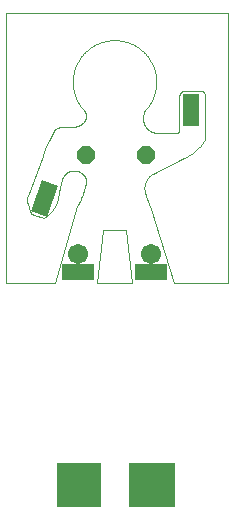
<source format=gts>
G75*
%MOIN*%
%OFA0B0*%
%FSLAX25Y25*%
%IPPOS*%
%LPD*%
%AMOC8*
5,1,8,0,0,1.08239X$1,22.5*
%
%ADD10C,0.00000*%
%ADD11R,0.15000X0.15000*%
%ADD12R,0.15500X0.15000*%
%ADD13OC8,0.06000*%
%ADD14R,0.05800X0.10800*%
%ADD15R,0.10800X0.05800*%
%ADD16C,0.06706*%
%ADD17C,0.06115*%
D10*
X0026000Y0086000D02*
X0026000Y0176000D01*
X0100000Y0176000D01*
X0100000Y0086000D01*
X0082000Y0086000D01*
X0074400Y0110500D01*
X0072900Y0115000D01*
X0072901Y0115000D02*
X0072836Y0115130D01*
X0072774Y0115261D01*
X0072717Y0115394D01*
X0072662Y0115529D01*
X0072612Y0115664D01*
X0072565Y0115802D01*
X0072521Y0115940D01*
X0072482Y0116079D01*
X0072446Y0116220D01*
X0072413Y0116361D01*
X0072385Y0116503D01*
X0072360Y0116646D01*
X0072340Y0116790D01*
X0072323Y0116934D01*
X0072309Y0117078D01*
X0072300Y0117223D01*
X0072295Y0117368D01*
X0072293Y0117513D01*
X0072295Y0117658D01*
X0072301Y0117802D01*
X0072311Y0117947D01*
X0072325Y0118091D01*
X0072343Y0118235D01*
X0072364Y0118379D01*
X0072390Y0118522D01*
X0072419Y0118664D01*
X0072452Y0118805D01*
X0072488Y0118945D01*
X0072529Y0119084D01*
X0072573Y0119222D01*
X0072620Y0119359D01*
X0072672Y0119495D01*
X0072726Y0119629D01*
X0072785Y0119762D01*
X0072847Y0119893D01*
X0072912Y0120022D01*
X0072981Y0120150D01*
X0073053Y0120276D01*
X0073129Y0120399D01*
X0073208Y0120521D01*
X0073290Y0120641D01*
X0073375Y0120758D01*
X0073463Y0120873D01*
X0073555Y0120986D01*
X0073649Y0121096D01*
X0073746Y0121203D01*
X0073846Y0121308D01*
X0073949Y0121411D01*
X0074054Y0121510D01*
X0074162Y0121607D01*
X0074273Y0121701D01*
X0074386Y0121791D01*
X0074501Y0121879D01*
X0074619Y0121964D01*
X0074739Y0122045D01*
X0074861Y0122123D01*
X0074985Y0122198D01*
X0075111Y0122270D01*
X0075239Y0122338D01*
X0075239Y0122339D02*
X0084966Y0127339D01*
X0082776Y0135728D02*
X0075900Y0136000D01*
X0075767Y0136016D01*
X0075634Y0136037D01*
X0075502Y0136062D01*
X0075371Y0136090D01*
X0075241Y0136123D01*
X0075112Y0136159D01*
X0074984Y0136199D01*
X0074857Y0136243D01*
X0074731Y0136291D01*
X0074607Y0136342D01*
X0074485Y0136397D01*
X0074364Y0136455D01*
X0074245Y0136518D01*
X0074128Y0136583D01*
X0074013Y0136652D01*
X0073900Y0136725D01*
X0073789Y0136800D01*
X0073681Y0136879D01*
X0073575Y0136961D01*
X0073471Y0137047D01*
X0073370Y0137135D01*
X0073272Y0137226D01*
X0073176Y0137320D01*
X0073083Y0137417D01*
X0072993Y0137517D01*
X0072907Y0137619D01*
X0072823Y0137724D01*
X0072742Y0137831D01*
X0072665Y0137941D01*
X0072590Y0138053D01*
X0072519Y0138167D01*
X0072452Y0138283D01*
X0072388Y0138401D01*
X0072328Y0138520D01*
X0072271Y0138642D01*
X0072218Y0138765D01*
X0072168Y0138890D01*
X0072122Y0139016D01*
X0072080Y0139143D01*
X0072042Y0139272D01*
X0072007Y0139402D01*
X0071977Y0139532D01*
X0071950Y0139664D01*
X0071927Y0139796D01*
X0071908Y0139929D01*
X0071893Y0140062D01*
X0071882Y0140196D01*
X0071875Y0140330D01*
X0071872Y0140464D01*
X0071873Y0140598D01*
X0071878Y0140733D01*
X0071887Y0140866D01*
X0071900Y0141000D01*
X0072160Y0143055D01*
X0084966Y0127338D02*
X0085328Y0127490D01*
X0085685Y0127651D01*
X0086039Y0127821D01*
X0086388Y0128000D01*
X0086733Y0128187D01*
X0087073Y0128382D01*
X0087409Y0128585D01*
X0087739Y0128797D01*
X0088064Y0129017D01*
X0088384Y0129244D01*
X0088698Y0129480D01*
X0089006Y0129722D01*
X0089308Y0129973D01*
X0089603Y0130230D01*
X0089893Y0130495D01*
X0090176Y0130767D01*
X0090452Y0131046D01*
X0090721Y0131331D01*
X0090983Y0131623D01*
X0091238Y0131921D01*
X0091486Y0132225D01*
X0091726Y0132535D01*
X0091959Y0132851D01*
X0092183Y0133172D01*
X0092400Y0133499D01*
X0092400Y0133500D02*
X0092400Y0148800D01*
X0091567Y0150000D02*
X0085914Y0150000D01*
X0085826Y0149998D01*
X0085739Y0149992D01*
X0085652Y0149983D01*
X0085565Y0149969D01*
X0085479Y0149952D01*
X0085394Y0149931D01*
X0085310Y0149907D01*
X0085227Y0149878D01*
X0085145Y0149846D01*
X0085065Y0149811D01*
X0084987Y0149772D01*
X0084910Y0149730D01*
X0084835Y0149684D01*
X0084762Y0149635D01*
X0084692Y0149583D01*
X0084624Y0149528D01*
X0084558Y0149470D01*
X0084495Y0149409D01*
X0084434Y0149346D01*
X0084377Y0149280D01*
X0084322Y0149211D01*
X0084271Y0149140D01*
X0084222Y0149067D01*
X0084177Y0148992D01*
X0084135Y0148915D01*
X0084097Y0148836D01*
X0084062Y0148756D01*
X0084031Y0148674D01*
X0084003Y0148591D01*
X0083979Y0148506D01*
X0083959Y0148421D01*
X0083942Y0148335D01*
X0083929Y0148248D01*
X0083920Y0148161D01*
X0083915Y0148073D01*
X0083914Y0147986D01*
X0083971Y0139000D01*
X0083739Y0136379D01*
X0083707Y0136319D01*
X0083672Y0136262D01*
X0083633Y0136206D01*
X0083592Y0136153D01*
X0083547Y0136102D01*
X0083500Y0136054D01*
X0083450Y0136009D01*
X0083397Y0135966D01*
X0083343Y0135927D01*
X0083286Y0135891D01*
X0083227Y0135858D01*
X0083166Y0135828D01*
X0083104Y0135802D01*
X0083040Y0135780D01*
X0082975Y0135761D01*
X0082909Y0135746D01*
X0082843Y0135735D01*
X0082776Y0135728D01*
X0092400Y0148800D02*
X0092372Y0148889D01*
X0092340Y0148976D01*
X0092305Y0149062D01*
X0092267Y0149147D01*
X0092225Y0149230D01*
X0092180Y0149311D01*
X0092132Y0149390D01*
X0092080Y0149468D01*
X0092026Y0149543D01*
X0091968Y0149616D01*
X0091908Y0149686D01*
X0091845Y0149755D01*
X0091779Y0149820D01*
X0091711Y0149883D01*
X0091640Y0149943D01*
X0091566Y0150000D01*
X0072159Y0143056D02*
X0072397Y0143299D01*
X0072628Y0143548D01*
X0072853Y0143802D01*
X0073072Y0144062D01*
X0073285Y0144328D01*
X0073491Y0144598D01*
X0073690Y0144873D01*
X0073882Y0145153D01*
X0074068Y0145438D01*
X0074247Y0145727D01*
X0074418Y0146020D01*
X0074582Y0146318D01*
X0074739Y0146619D01*
X0074889Y0146924D01*
X0075031Y0147233D01*
X0075166Y0147545D01*
X0075292Y0147861D01*
X0075412Y0148179D01*
X0075523Y0148500D01*
X0075626Y0148824D01*
X0075722Y0149150D01*
X0075809Y0149478D01*
X0075889Y0149809D01*
X0075960Y0150141D01*
X0076023Y0150475D01*
X0076079Y0150810D01*
X0076125Y0151147D01*
X0076164Y0151484D01*
X0076194Y0151823D01*
X0076217Y0152162D01*
X0076230Y0152502D01*
X0076236Y0152841D01*
X0076233Y0153181D01*
X0076222Y0153521D01*
X0076203Y0153860D01*
X0076175Y0154199D01*
X0076139Y0154537D01*
X0076095Y0154874D01*
X0076043Y0155210D01*
X0075982Y0155544D01*
X0075914Y0155877D01*
X0075837Y0156208D01*
X0075752Y0156537D01*
X0075659Y0156864D01*
X0075558Y0157188D01*
X0075450Y0157510D01*
X0075333Y0157830D01*
X0075209Y0158146D01*
X0075077Y0158459D01*
X0074937Y0158769D01*
X0074790Y0159075D01*
X0074636Y0159378D01*
X0074474Y0159677D01*
X0074305Y0159972D01*
X0074128Y0160262D01*
X0073945Y0160548D01*
X0073755Y0160830D01*
X0073558Y0161107D01*
X0073354Y0161379D01*
X0073144Y0161646D01*
X0072927Y0161907D01*
X0072704Y0162164D01*
X0072474Y0162415D01*
X0072239Y0162660D01*
X0071998Y0162899D01*
X0071751Y0163132D01*
X0071498Y0163360D01*
X0071240Y0163581D01*
X0070976Y0163795D01*
X0070708Y0164004D01*
X0070434Y0164205D01*
X0070156Y0164400D01*
X0069872Y0164588D01*
X0069585Y0164769D01*
X0069293Y0164943D01*
X0068997Y0165109D01*
X0068697Y0165269D01*
X0068393Y0165421D01*
X0068085Y0165566D01*
X0067774Y0165703D01*
X0067460Y0165832D01*
X0067143Y0165954D01*
X0066822Y0166068D01*
X0066500Y0166174D01*
X0066174Y0166272D01*
X0065846Y0166362D01*
X0065517Y0166444D01*
X0065185Y0166518D01*
X0064852Y0166584D01*
X0064517Y0166642D01*
X0064181Y0166692D01*
X0063843Y0166733D01*
X0063505Y0166766D01*
X0063166Y0166791D01*
X0062827Y0166808D01*
X0062487Y0166816D01*
X0062147Y0166816D01*
X0061807Y0166808D01*
X0061468Y0166791D01*
X0061129Y0166766D01*
X0060791Y0166733D01*
X0060453Y0166692D01*
X0060117Y0166642D01*
X0059782Y0166584D01*
X0059449Y0166518D01*
X0059117Y0166444D01*
X0058788Y0166362D01*
X0058460Y0166272D01*
X0058134Y0166174D01*
X0057812Y0166068D01*
X0057491Y0165954D01*
X0057174Y0165832D01*
X0056860Y0165703D01*
X0056549Y0165566D01*
X0056241Y0165421D01*
X0055937Y0165269D01*
X0055637Y0165109D01*
X0055341Y0164943D01*
X0055049Y0164769D01*
X0054762Y0164588D01*
X0054478Y0164400D01*
X0054200Y0164205D01*
X0053926Y0164004D01*
X0053658Y0163795D01*
X0053394Y0163581D01*
X0053136Y0163360D01*
X0052883Y0163132D01*
X0052636Y0162899D01*
X0052395Y0162660D01*
X0052160Y0162415D01*
X0051930Y0162164D01*
X0051707Y0161907D01*
X0051490Y0161646D01*
X0051280Y0161379D01*
X0051076Y0161107D01*
X0050879Y0160830D01*
X0050689Y0160548D01*
X0050506Y0160262D01*
X0050329Y0159972D01*
X0050160Y0159677D01*
X0049998Y0159378D01*
X0049844Y0159075D01*
X0049697Y0158769D01*
X0049557Y0158459D01*
X0049425Y0158146D01*
X0049301Y0157830D01*
X0049184Y0157510D01*
X0049076Y0157188D01*
X0048975Y0156864D01*
X0048882Y0156537D01*
X0048797Y0156208D01*
X0048720Y0155877D01*
X0048652Y0155544D01*
X0048591Y0155210D01*
X0048539Y0154874D01*
X0048495Y0154537D01*
X0048459Y0154199D01*
X0048431Y0153860D01*
X0048412Y0153521D01*
X0048401Y0153181D01*
X0048398Y0152841D01*
X0048404Y0152502D01*
X0048417Y0152162D01*
X0048440Y0151823D01*
X0048470Y0151484D01*
X0048509Y0151147D01*
X0048555Y0150810D01*
X0048611Y0150475D01*
X0048674Y0150141D01*
X0048745Y0149809D01*
X0048825Y0149478D01*
X0048912Y0149150D01*
X0049008Y0148824D01*
X0049111Y0148500D01*
X0049222Y0148179D01*
X0049342Y0147861D01*
X0049468Y0147545D01*
X0049603Y0147233D01*
X0049745Y0146924D01*
X0049895Y0146619D01*
X0050052Y0146318D01*
X0050216Y0146020D01*
X0050387Y0145727D01*
X0050566Y0145438D01*
X0050752Y0145153D01*
X0050944Y0144873D01*
X0051143Y0144598D01*
X0051349Y0144328D01*
X0051562Y0144062D01*
X0051781Y0143802D01*
X0052006Y0143548D01*
X0052237Y0143299D01*
X0052475Y0143056D01*
X0052475Y0143055D02*
X0052900Y0142000D01*
X0052898Y0141874D01*
X0052892Y0141749D01*
X0052882Y0141624D01*
X0052868Y0141499D01*
X0052851Y0141374D01*
X0052829Y0141250D01*
X0052804Y0141127D01*
X0052774Y0141005D01*
X0052741Y0140884D01*
X0052704Y0140764D01*
X0052664Y0140645D01*
X0052619Y0140528D01*
X0052571Y0140411D01*
X0052519Y0140297D01*
X0052464Y0140184D01*
X0052405Y0140073D01*
X0052343Y0139964D01*
X0052277Y0139857D01*
X0052208Y0139752D01*
X0052136Y0139649D01*
X0052061Y0139548D01*
X0051982Y0139450D01*
X0051900Y0139355D01*
X0051816Y0139262D01*
X0051728Y0139172D01*
X0051638Y0139084D01*
X0051545Y0139000D01*
X0051450Y0138918D01*
X0051352Y0138839D01*
X0051251Y0138764D01*
X0051148Y0138692D01*
X0051043Y0138623D01*
X0050936Y0138557D01*
X0050827Y0138495D01*
X0050716Y0138436D01*
X0050603Y0138381D01*
X0050489Y0138329D01*
X0050372Y0138281D01*
X0050255Y0138236D01*
X0050136Y0138196D01*
X0050016Y0138159D01*
X0049895Y0138126D01*
X0049773Y0138096D01*
X0049650Y0138071D01*
X0049526Y0138049D01*
X0049401Y0138032D01*
X0049276Y0138018D01*
X0049151Y0138008D01*
X0049026Y0138002D01*
X0048900Y0138000D01*
X0046023Y0138000D01*
X0042001Y0136521D02*
X0040363Y0133075D01*
X0042001Y0136520D02*
X0042098Y0136620D01*
X0042198Y0136716D01*
X0042300Y0136809D01*
X0042406Y0136900D01*
X0042513Y0136987D01*
X0042623Y0137072D01*
X0042736Y0137153D01*
X0042851Y0137231D01*
X0042968Y0137305D01*
X0043087Y0137376D01*
X0043208Y0137444D01*
X0043331Y0137508D01*
X0043455Y0137569D01*
X0043582Y0137626D01*
X0043710Y0137680D01*
X0043839Y0137729D01*
X0043970Y0137775D01*
X0044102Y0137818D01*
X0044236Y0137856D01*
X0044370Y0137891D01*
X0044505Y0137922D01*
X0044641Y0137948D01*
X0044778Y0137971D01*
X0044915Y0137990D01*
X0045053Y0138005D01*
X0045192Y0138017D01*
X0045330Y0138024D01*
X0045469Y0138027D01*
X0045607Y0138026D01*
X0045746Y0138021D01*
X0045884Y0138012D01*
X0046023Y0138000D01*
X0038426Y0128242D02*
X0033400Y0114929D01*
X0038674Y0107522D02*
X0038879Y0107640D01*
X0039081Y0107762D01*
X0039280Y0107890D01*
X0039477Y0108022D01*
X0039669Y0108159D01*
X0039859Y0108300D01*
X0040045Y0108446D01*
X0040227Y0108597D01*
X0040406Y0108751D01*
X0040581Y0108910D01*
X0040752Y0109074D01*
X0040919Y0109241D01*
X0041082Y0109412D01*
X0041241Y0109587D01*
X0041396Y0109766D01*
X0041546Y0109949D01*
X0041692Y0110135D01*
X0041833Y0110325D01*
X0041970Y0110517D01*
X0042102Y0110714D01*
X0042229Y0110913D01*
X0042352Y0111115D01*
X0042469Y0111320D01*
X0042582Y0111528D01*
X0042689Y0111739D01*
X0042792Y0111952D01*
X0042889Y0112168D01*
X0042981Y0112386D01*
X0043068Y0112605D01*
X0043149Y0112827D01*
X0043225Y0113051D01*
X0043296Y0113277D01*
X0043361Y0113504D01*
X0043421Y0113733D01*
X0043475Y0113963D01*
X0043524Y0114195D01*
X0043567Y0114427D01*
X0043604Y0114661D01*
X0043636Y0114895D01*
X0043662Y0115130D01*
X0043683Y0115366D01*
X0043697Y0115602D01*
X0043707Y0115838D01*
X0043706Y0115838D02*
X0044200Y0117800D01*
X0044800Y0120300D01*
X0044835Y0120423D01*
X0044875Y0120545D01*
X0044918Y0120666D01*
X0044965Y0120785D01*
X0045016Y0120903D01*
X0045070Y0121019D01*
X0045128Y0121134D01*
X0045189Y0121247D01*
X0045254Y0121357D01*
X0045322Y0121466D01*
X0045394Y0121573D01*
X0045468Y0121677D01*
X0045546Y0121779D01*
X0045627Y0121878D01*
X0045711Y0121975D01*
X0045798Y0122070D01*
X0045888Y0122161D01*
X0045981Y0122250D01*
X0046076Y0122336D01*
X0046174Y0122419D01*
X0046274Y0122499D01*
X0046377Y0122576D01*
X0046482Y0122649D01*
X0046590Y0122719D01*
X0046699Y0122786D01*
X0046811Y0122850D01*
X0046924Y0122910D01*
X0047039Y0122966D01*
X0047156Y0123019D01*
X0047275Y0123068D01*
X0047394Y0123114D01*
X0047516Y0123156D01*
X0047638Y0123194D01*
X0047762Y0123229D01*
X0047886Y0123259D01*
X0048012Y0123286D01*
X0048138Y0123309D01*
X0048265Y0123328D01*
X0048392Y0123343D01*
X0048520Y0123354D01*
X0048648Y0123361D01*
X0048777Y0123364D01*
X0048905Y0123363D01*
X0049033Y0123358D01*
X0049161Y0123350D01*
X0049289Y0123337D01*
X0049416Y0123320D01*
X0049543Y0123300D01*
X0049669Y0123276D01*
X0049794Y0123247D01*
X0049918Y0123215D01*
X0050041Y0123179D01*
X0050163Y0123140D01*
X0050284Y0123096D01*
X0050403Y0123049D01*
X0050521Y0122998D01*
X0050637Y0122944D01*
X0050752Y0122886D01*
X0050864Y0122825D01*
X0050975Y0122760D01*
X0051084Y0122691D01*
X0051190Y0122620D01*
X0051294Y0122545D01*
X0051396Y0122467D01*
X0051496Y0122386D01*
X0051593Y0122302D01*
X0051687Y0122215D01*
X0051778Y0122125D01*
X0051867Y0122032D01*
X0051953Y0121937D01*
X0052036Y0121839D01*
X0052115Y0121738D01*
X0052192Y0121635D01*
X0052265Y0121530D01*
X0052336Y0121423D01*
X0052402Y0121313D01*
X0052466Y0121202D01*
X0052526Y0121088D01*
X0052582Y0120973D01*
X0052635Y0120856D01*
X0052684Y0120737D01*
X0052730Y0120617D01*
X0052771Y0120496D01*
X0052809Y0120374D01*
X0052844Y0120250D01*
X0052874Y0120125D01*
X0052901Y0120000D01*
X0038426Y0128242D02*
X0038499Y0128583D01*
X0038581Y0128922D01*
X0038671Y0129260D01*
X0038769Y0129595D01*
X0038875Y0129927D01*
X0038989Y0130257D01*
X0039111Y0130584D01*
X0039241Y0130908D01*
X0039378Y0131229D01*
X0039524Y0131546D01*
X0039677Y0131860D01*
X0039837Y0132170D01*
X0040005Y0132476D01*
X0040180Y0132778D01*
X0040363Y0133075D01*
X0052900Y0120000D02*
X0052798Y0119404D01*
X0052682Y0118811D01*
X0052551Y0118221D01*
X0052406Y0117635D01*
X0052247Y0117052D01*
X0052074Y0116473D01*
X0051887Y0115898D01*
X0051686Y0115328D01*
X0051471Y0114764D01*
X0051242Y0114204D01*
X0051000Y0113651D01*
X0050745Y0113103D01*
X0050476Y0112562D01*
X0050195Y0112027D01*
X0049900Y0111500D01*
X0042500Y0086000D01*
X0026000Y0086000D01*
X0035359Y0108622D02*
X0038674Y0107522D01*
X0035359Y0108622D02*
X0035280Y0108647D01*
X0035202Y0108675D01*
X0035125Y0108707D01*
X0035050Y0108743D01*
X0034977Y0108782D01*
X0034905Y0108824D01*
X0034836Y0108870D01*
X0034768Y0108919D01*
X0034704Y0108971D01*
X0034641Y0109025D01*
X0034581Y0109083D01*
X0034524Y0109143D01*
X0034470Y0109206D01*
X0034418Y0109271D01*
X0034370Y0109339D01*
X0034325Y0109409D01*
X0034283Y0109480D01*
X0034244Y0109554D01*
X0034209Y0109629D01*
X0034178Y0109706D01*
X0034150Y0109784D01*
X0034125Y0109864D01*
X0034105Y0109944D01*
X0034088Y0110026D01*
X0033400Y0112280D01*
X0033400Y0112279D02*
X0033358Y0112390D01*
X0033320Y0112501D01*
X0033286Y0112614D01*
X0033255Y0112728D01*
X0033229Y0112843D01*
X0033205Y0112959D01*
X0033186Y0113075D01*
X0033171Y0113192D01*
X0033159Y0113309D01*
X0033151Y0113427D01*
X0033147Y0113545D01*
X0033147Y0113663D01*
X0033151Y0113781D01*
X0033159Y0113899D01*
X0033171Y0114016D01*
X0033186Y0114133D01*
X0033205Y0114249D01*
X0033229Y0114365D01*
X0033255Y0114480D01*
X0033286Y0114594D01*
X0033320Y0114707D01*
X0033358Y0114818D01*
X0033400Y0114929D01*
X0058380Y0103622D02*
X0056500Y0086000D01*
X0068000Y0086000D01*
X0066254Y0103622D01*
X0058380Y0103622D01*
D11*
X0050500Y0018500D03*
D12*
X0074750Y0018500D03*
D13*
X0072900Y0128500D03*
X0052900Y0128500D03*
D14*
G36*
X0038022Y0120066D02*
X0043472Y0118082D01*
X0039778Y0107934D01*
X0034328Y0109918D01*
X0038022Y0120066D01*
G37*
X0087900Y0143500D03*
D15*
X0074500Y0089600D03*
X0050300Y0089700D03*
D16*
X0050300Y0095500D03*
X0074500Y0095500D03*
D17*
X0074500Y0022000D03*
X0050300Y0022000D03*
M02*

</source>
